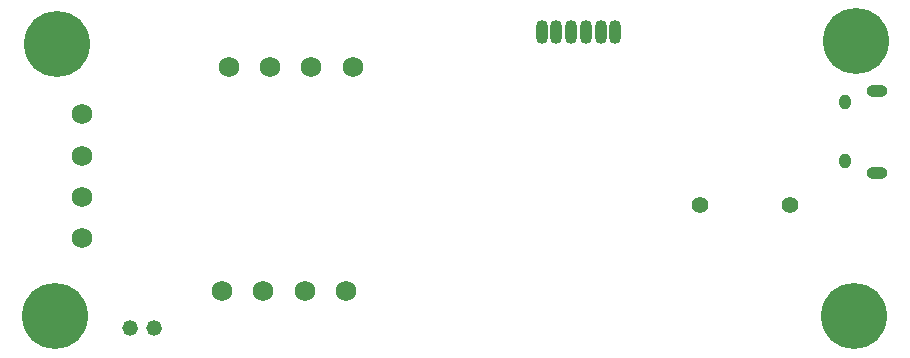
<source format=gbr>
%TF.GenerationSoftware,KiCad,Pcbnew,7.0.1*%
%TF.CreationDate,2023-06-15T13:01:31-07:00*%
%TF.ProjectId,Full-Flight-Computer,46756c6c-2d46-46c6-9967-68742d436f6d,1.0*%
%TF.SameCoordinates,Original*%
%TF.FileFunction,Soldermask,Bot*%
%TF.FilePolarity,Negative*%
%FSLAX46Y46*%
G04 Gerber Fmt 4.6, Leading zero omitted, Abs format (unit mm)*
G04 Created by KiCad (PCBNEW 7.0.1) date 2023-06-15 13:01:31*
%MOMM*%
%LPD*%
G01*
G04 APERTURE LIST*
%ADD10C,1.727200*%
%ADD11C,5.588000*%
%ADD12C,1.320800*%
%ADD13C,1.408000*%
%ADD14O,1.016000X1.300000*%
%ADD15O,1.778000X1.016000*%
%ADD16O,1.016000X2.032000*%
G04 APERTURE END LIST*
D10*
%TO.C,P5*%
X121049402Y-96034201D03*
X117549401Y-96034201D03*
X114049401Y-96034201D03*
X110549400Y-96034201D03*
%TD*%
D11*
%TO.C,H1*%
X164058600Y-98120200D03*
%TD*%
D12*
%TO.C,P2*%
X104809801Y-99129499D03*
X102809799Y-99129499D03*
%TD*%
D11*
%TO.C,H4*%
X96570800Y-75082400D03*
%TD*%
%TO.C,H3*%
X96393000Y-98171000D03*
%TD*%
D13*
%TO.C,BZ1*%
X151063800Y-88696800D03*
X158663800Y-88696800D03*
%TD*%
D10*
%TO.C,P3*%
X98729800Y-81066998D03*
X98729800Y-84566999D03*
X98729800Y-88066999D03*
X98729800Y-91567000D03*
%TD*%
D14*
%TO.C,P6*%
X163326500Y-85050000D03*
X163326500Y-80050000D03*
D15*
X166026500Y-86050000D03*
X166026500Y-79050000D03*
%TD*%
D11*
%TO.C,H2*%
X164236400Y-74853800D03*
%TD*%
D16*
%TO.C,P1*%
X137621000Y-74066400D03*
X138871000Y-74066400D03*
X140121000Y-74066400D03*
X141371000Y-74066400D03*
X142621000Y-74066400D03*
X143871000Y-74066400D03*
%TD*%
D10*
%TO.C,P4*%
X121630201Y-77089000D03*
X118130200Y-77089000D03*
X114630200Y-77089000D03*
X111130199Y-77089000D03*
%TD*%
M02*

</source>
